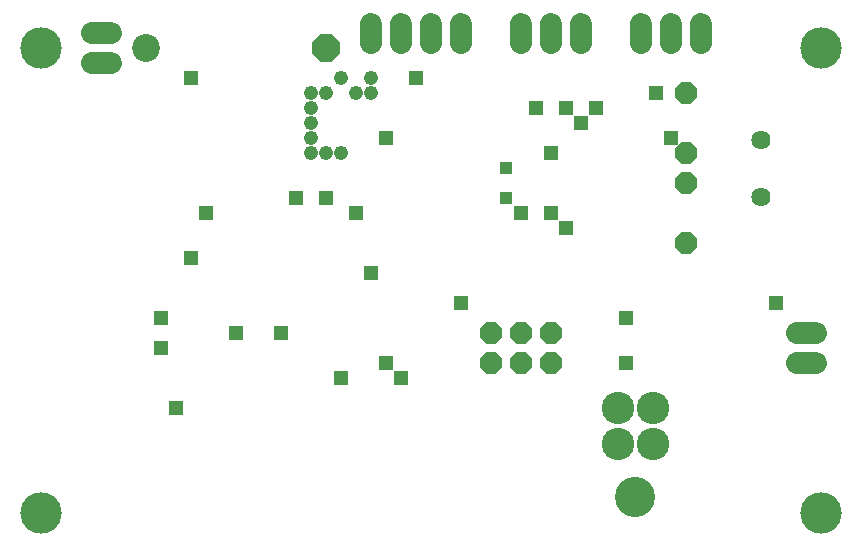
<source format=gbs>
G75*
G70*
%OFA0B0*%
%FSLAX24Y24*%
%IPPOS*%
%LPD*%
%AMOC8*
5,1,8,0,0,1.08239X$1,22.5*
%
%ADD10C,0.0640*%
%ADD11OC8,0.0710*%
%ADD12C,0.0720*%
%ADD13OC8,0.0720*%
%ADD14C,0.0930*%
%ADD15OC8,0.0930*%
%ADD16C,0.1080*%
%ADD17C,0.1340*%
%ADD18C,0.1380*%
%ADD19R,0.0476X0.0476*%
%ADD20C,0.0476*%
%ADD21R,0.0440X0.0440*%
D10*
X025802Y012191D03*
X025802Y014091D03*
D11*
X023302Y013641D03*
X023302Y012641D03*
X023302Y010641D03*
X023302Y015641D03*
D12*
X022802Y017321D02*
X022802Y017961D01*
X021802Y017961D02*
X021802Y017321D01*
X019802Y017321D02*
X019802Y017961D01*
X018802Y017961D02*
X018802Y017321D01*
X017802Y017321D02*
X017802Y017961D01*
X015802Y017961D02*
X015802Y017321D01*
X014802Y017321D02*
X014802Y017961D01*
X013802Y017961D02*
X013802Y017321D01*
X012802Y017321D02*
X012802Y017961D01*
X004122Y017641D02*
X003482Y017641D01*
X003482Y016641D02*
X004122Y016641D01*
X023802Y017321D02*
X023802Y017961D01*
X026982Y007641D02*
X027622Y007641D01*
X027622Y006641D02*
X026982Y006641D01*
D13*
X018802Y006641D03*
X017802Y006641D03*
X016802Y006641D03*
X016802Y007641D03*
X017802Y007641D03*
X018802Y007641D03*
D14*
X005302Y017141D03*
D15*
X011302Y017141D03*
D16*
X021015Y005141D03*
X022196Y005141D03*
X022196Y003960D03*
X021015Y003960D03*
D17*
X021606Y002188D03*
D18*
X001802Y001641D03*
X001802Y017141D03*
X027802Y017141D03*
X027802Y001641D03*
D19*
X021302Y006641D03*
X021302Y008141D03*
X019302Y011141D03*
X018802Y011641D03*
X017802Y011641D03*
X018802Y013641D03*
X019802Y014641D03*
X019302Y015141D03*
X018302Y015141D03*
X020302Y015141D03*
X022302Y015641D03*
X022802Y014141D03*
X026302Y008641D03*
X015802Y008641D03*
X012802Y009641D03*
X012302Y011641D03*
X011302Y012141D03*
X010302Y012141D03*
X013302Y014141D03*
X014302Y016141D03*
X007302Y011641D03*
X006802Y010141D03*
X005802Y008141D03*
X005802Y007141D03*
X008302Y007641D03*
X009802Y007641D03*
X011802Y006141D03*
X013302Y006641D03*
X013802Y006141D03*
X006302Y005141D03*
X006802Y016141D03*
D20*
X010802Y015641D03*
X010802Y015141D03*
X011302Y015641D03*
X011802Y016141D03*
X012302Y015641D03*
X012802Y015641D03*
X012802Y016141D03*
X010802Y014641D03*
X010802Y014141D03*
X010802Y013641D03*
X011302Y013641D03*
X011802Y013641D03*
D21*
X017302Y013141D03*
X017302Y012141D03*
M02*

</source>
